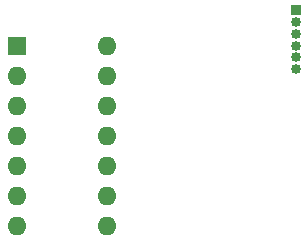
<source format=gbr>
%TF.GenerationSoftware,KiCad,Pcbnew,(6.0.8)*%
%TF.CreationDate,2022-11-15T14:54:34+01:00*%
%TF.ProjectId,Controller,436f6e74-726f-46c6-9c65-722e6b696361,rev?*%
%TF.SameCoordinates,Original*%
%TF.FileFunction,Copper,L2,Bot*%
%TF.FilePolarity,Positive*%
%FSLAX46Y46*%
G04 Gerber Fmt 4.6, Leading zero omitted, Abs format (unit mm)*
G04 Created by KiCad (PCBNEW (6.0.8)) date 2022-11-15 14:54:34*
%MOMM*%
%LPD*%
G01*
G04 APERTURE LIST*
%TA.AperFunction,ComponentPad*%
%ADD10R,0.850000X0.850000*%
%TD*%
%TA.AperFunction,ComponentPad*%
%ADD11O,0.850000X0.850000*%
%TD*%
%TA.AperFunction,ComponentPad*%
%ADD12R,1.600000X1.600000*%
%TD*%
%TA.AperFunction,ComponentPad*%
%ADD13O,1.600000X1.600000*%
%TD*%
G04 APERTURE END LIST*
D10*
%TO.P,J1,1,Pin_1*%
%TO.N,unconnected-(J1-Pad1)*%
X147320000Y-101680000D03*
D11*
%TO.P,J1,2,Pin_2*%
%TO.N,unconnected-(J1-Pad2)*%
X147320000Y-102680000D03*
%TO.P,J1,3,Pin_3*%
%TO.N,unconnected-(J1-Pad3)*%
X147320000Y-103680000D03*
%TO.P,J1,4,Pin_4*%
%TO.N,unconnected-(J1-Pad4)*%
X147320000Y-104680000D03*
%TO.P,J1,5,Pin_5*%
%TO.N,unconnected-(J1-Pad5)*%
X147320000Y-105680000D03*
%TO.P,J1,6,Pin_6*%
%TO.N,Net-(U1-Pad13)*%
X147320000Y-106680000D03*
%TD*%
D12*
%TO.P,U1,1,VDD*%
%TO.N,unconnected-(U1-Pad1)*%
X123720000Y-104690000D03*
D13*
%TO.P,U1,2,RA5/T1CKI/OSC1/CLKIN*%
%TO.N,unconnected-(U1-Pad2)*%
X123720000Y-107230000D03*
%TO.P,U1,3,RA4/AN3/~{T1G}/OSC2/CLKOUT*%
%TO.N,unconnected-(U1-Pad3)*%
X123720000Y-109770000D03*
%TO.P,U1,4,RA3/~{MCLR}/Vpp*%
%TO.N,unconnected-(U1-Pad4)*%
X123720000Y-112310000D03*
%TO.P,U1,5,P1A/CCP1/RC5*%
%TO.N,unconnected-(U1-Pad5)*%
X123720000Y-114850000D03*
%TO.P,U1,6,P1B/C2OUT/RC4*%
%TO.N,unconnected-(U1-Pad6)*%
X123720000Y-117390000D03*
%TO.P,U1,7,P1C/AN7/RC3*%
%TO.N,unconnected-(U1-Pad7)*%
X123720000Y-119930000D03*
%TO.P,U1,8,P1D/AN6/RC2*%
%TO.N,unconnected-(U1-Pad8)*%
X131340000Y-119930000D03*
%TO.P,U1,9,C2IN-/AN5/RC1*%
%TO.N,unconnected-(U1-Pad9)*%
X131340000Y-117390000D03*
%TO.P,U1,10,C2IN+/AN4/RC0*%
%TO.N,unconnected-(U1-Pad10)*%
X131340000Y-114850000D03*
%TO.P,U1,11,RA2/AN2/T0CKI/INT/C1OUT*%
%TO.N,unconnected-(U1-Pad11)*%
X131340000Y-112310000D03*
%TO.P,U1,12,RA1/AN1/C1IN-/Vref/ICSPCLK*%
%TO.N,unconnected-(U1-Pad12)*%
X131340000Y-109770000D03*
%TO.P,U1,13,RA0/AN0/C1IN+/ICSPDAT/ULPWU*%
%TO.N,Net-(U1-Pad13)*%
X131340000Y-107230000D03*
%TO.P,U1,14,VSS*%
%TO.N,unconnected-(U1-Pad14)*%
X131340000Y-104690000D03*
%TD*%
M02*

</source>
